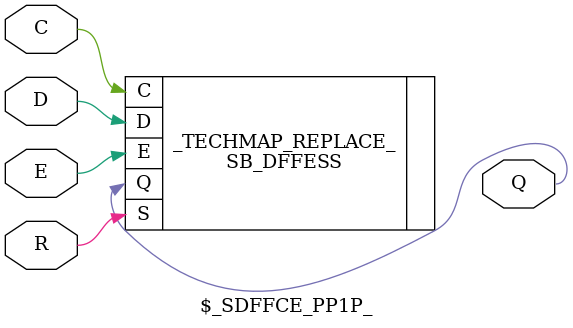
<source format=v>
module  \$_DFF_N_ (input D, C, output Q); SB_DFFN _TECHMAP_REPLACE_ (.D(D), .Q(Q), .C(C)); wire _TECHMAP_REMOVEINIT_Q_ = 1; endmodule
module  \$_DFF_P_ (input D, C, output Q); SB_DFF  _TECHMAP_REPLACE_ (.D(D), .Q(Q), .C(C)); wire _TECHMAP_REMOVEINIT_Q_ = 1; endmodule

module  \$_DFFE_NP_ (input D, C, E, output Q); SB_DFFNE _TECHMAP_REPLACE_ (.D(D), .Q(Q), .C(C), .E(E)); wire _TECHMAP_REMOVEINIT_Q_ = 1; endmodule
module  \$_DFFE_PP_ (input D, C, E, output Q); SB_DFFE  _TECHMAP_REPLACE_ (.D(D), .Q(Q), .C(C), .E(E)); wire _TECHMAP_REMOVEINIT_Q_ = 1; endmodule

module  \$_DFF_NP0_ (input D, C, R, output Q); SB_DFFNR _TECHMAP_REPLACE_ (.D(D), .Q(Q), .C(C), .R(R)); wire _TECHMAP_REMOVEINIT_Q_ = 1; endmodule
module  \$_DFF_NP1_ (input D, C, R, output Q); SB_DFFNS _TECHMAP_REPLACE_ (.D(D), .Q(Q), .C(C), .S(R)); wire _TECHMAP_REMOVEINIT_Q_ = 1; endmodule
module  \$_DFF_PP0_ (input D, C, R, output Q); SB_DFFR  _TECHMAP_REPLACE_ (.D(D), .Q(Q), .C(C), .R(R)); wire _TECHMAP_REMOVEINIT_Q_ = 1; endmodule
module  \$_DFF_PP1_ (input D, C, R, output Q); SB_DFFS  _TECHMAP_REPLACE_ (.D(D), .Q(Q), .C(C), .S(R)); wire _TECHMAP_REMOVEINIT_Q_ = 1; endmodule

module  \$_DFFE_NP0P_ (input D, C, E, R, output Q); SB_DFFNER _TECHMAP_REPLACE_ (.D(D), .Q(Q), .C(C), .E(E), .R(R)); wire _TECHMAP_REMOVEINIT_Q_ = 1; endmodule
module  \$_DFFE_NP1P_ (input D, C, E, R, output Q); SB_DFFNES _TECHMAP_REPLACE_ (.D(D), .Q(Q), .C(C), .E(E), .S(R)); wire _TECHMAP_REMOVEINIT_Q_ = 1; endmodule
module  \$_DFFE_PP0P_ (input D, C, E, R, output Q); SB_DFFER  _TECHMAP_REPLACE_ (.D(D), .Q(Q), .C(C), .E(E), .R(R)); wire _TECHMAP_REMOVEINIT_Q_ = 1; endmodule
module  \$_DFFE_PP1P_ (input D, C, E, R, output Q); SB_DFFES  _TECHMAP_REPLACE_ (.D(D), .Q(Q), .C(C), .E(E), .S(R)); wire _TECHMAP_REMOVEINIT_Q_ = 1; endmodule

module  \$_SDFF_NP0_ (input D, C, R, output Q); SB_DFFNSR _TECHMAP_REPLACE_ (.D(D), .Q(Q), .C(C), .R(R)); wire _TECHMAP_REMOVEINIT_Q_ = 1; endmodule
module  \$_SDFF_NP1_ (input D, C, R, output Q); SB_DFFNSS _TECHMAP_REPLACE_ (.D(D), .Q(Q), .C(C), .S(R)); wire _TECHMAP_REMOVEINIT_Q_ = 1; endmodule
module  \$_SDFF_PP0_ (input D, C, R, output Q); SB_DFFSR  _TECHMAP_REPLACE_ (.D(D), .Q(Q), .C(C), .R(R)); wire _TECHMAP_REMOVEINIT_Q_ = 1; endmodule
module  \$_SDFF_PP1_ (input D, C, R, output Q); SB_DFFSS  _TECHMAP_REPLACE_ (.D(D), .Q(Q), .C(C), .S(R)); wire _TECHMAP_REMOVEINIT_Q_ = 1; endmodule

module  \$_SDFFCE_NP0P_ (input D, C, E, R, output Q); SB_DFFNESR _TECHMAP_REPLACE_ (.D(D), .Q(Q), .C(C), .E(E), .R(R)); wire _TECHMAP_REMOVEINIT_Q_ = 1; endmodule
module  \$_SDFFCE_NP1P_ (input D, C, E, R, output Q); SB_DFFNESS _TECHMAP_REPLACE_ (.D(D), .Q(Q), .C(C), .E(E), .S(R)); wire _TECHMAP_REMOVEINIT_Q_ = 1; endmodule
module  \$_SDFFCE_PP0P_ (input D, C, E, R, output Q); SB_DFFESR  _TECHMAP_REPLACE_ (.D(D), .Q(Q), .C(C), .E(E), .R(R)); wire _TECHMAP_REMOVEINIT_Q_ = 1; endmodule
module  \$_SDFFCE_PP1P_ (input D, C, E, R, output Q); SB_DFFESS  _TECHMAP_REPLACE_ (.D(D), .Q(Q), .C(C), .E(E), .S(R)); wire _TECHMAP_REMOVEINIT_Q_ = 1; endmodule

</source>
